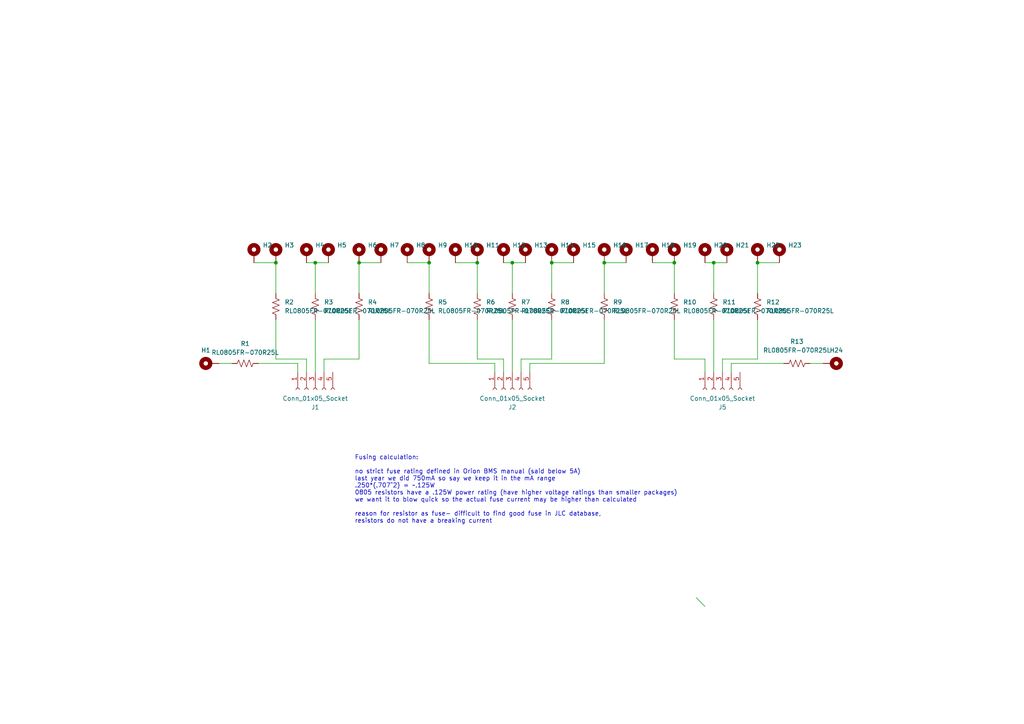
<source format=kicad_sch>
(kicad_sch (version 20231120) (generator "eeschema") (generator_version "8.0")
  (paper "A4")
  (lib_symbols
    (symbol "Connector:Conn_01x05_Socket" (pin_names (offset 1.016) hide)
      (property "Reference" "J" (at 0 7.62 0))
      (property "Value" "Conn_01x05_Socket" (at 0 -7.62 0))
      (symbol "Conn_01x05_Socket_1_1"
        (arc (start 0 -4.572) (mid -0.5058 -5.08) (end 0 -5.588) (stroke (width 0.1524)))
        (arc (start 0 -2.032) (mid -0.5058 -2.54) (end 0 -3.048) (stroke (width 0.1524)))
        (polyline (pts (xy -1.27 -5.08) (xy -0.508 -5.08)) (stroke (width 0.1524)))
        (polyline (pts (xy -1.27 -2.54) (xy -0.508 -2.54)) (stroke (width 0.1524)))
        (polyline (pts (xy -1.27 0) (xy -0.508 0)) (stroke (width 0.1524)))
        (polyline (pts (xy -1.27 2.54) (xy -0.508 2.54)) (stroke (width 0.1524)))
        (polyline (pts (xy -1.27 5.08) (xy -0.508 5.08)) (stroke (width 0.1524)))
        (arc (start 0 0.508) (mid -0.5058 0) (end 0 -0.508) (stroke (width 0.1524)))
        (arc (start 0 3.048) (mid -0.5058 2.54) (end 0 2.032) (stroke (width 0.1524)))
        (arc (start 0 5.588) (mid -0.5058 5.08) (end 0 4.572) (stroke (width 0.1524)))
        (pin passive line (at -5.08 5.08 0) (length 3.81) (name "Pin_1") (number "1"))
        (pin passive line (at -5.08 2.54 0) (length 3.81) (name "Pin_2") (number "2"))
        (pin passive line (at -5.08 0 0) (length 3.81) (name "Pin_3") (number "3"))
        (pin passive line (at -5.08 -2.54 0) (length 3.81) (name "Pin_4") (number "4"))
        (pin passive line (at -5.08 -5.08 0) (length 3.81) (name "Pin_5") (number "5"))
      )
    )
    (symbol "Device:R_US" (pin_numbers hide) (pin_names (offset 0))
      (property "Reference" "R" (at 2.54 0 90))
      (property "Value" "R_US" (at -2.54 0 90))
      (symbol "R_US_0_1"
        (polyline (pts (xy 0 -2.286) (xy 0 -2.54)))
        (polyline (pts (xy 0 2.286) (xy 0 2.54)))
        (polyline (pts (xy 0 -0.762) (xy 1.016 -1.143) (xy 0 -1.524) (xy -1.016 -1.905) (xy 0 -2.286)))
        (polyline (pts (xy 0 0.762) (xy 1.016 0.381) (xy 0 0) (xy -1.016 -0.381) (xy 0 -0.762)))
        (polyline (pts (xy 0 2.286) (xy 1.016 1.905) (xy 0 1.524) (xy -1.016 1.143) (xy 0 0.762)))
      )
      (symbol "R_US_1_1"
        (pin passive line (at 0 3.81 270) (length 1.27) (name "~") (number "1"))
        (pin passive line (at 0 -3.81 90) (length 1.27) (name "~") (number "2"))
      )
    )
    (symbol "Mechanical:MountingHole_Pad" (pin_numbers hide) (pin_names (offset 1.016) hide) (exclude_from_sim yes) (in_bom no)
      (property "Reference" "H" (at 0 6.35 0))
      (property "Value" "MountingHole_Pad" (at 0 4.445 0))
      (symbol "MountingHole_Pad_0_1"
        (circle (center 0 1.27) (radius 1.27) (stroke (width 1.27)))
      )
      (symbol "MountingHole_Pad_1_1"
        (pin input line (at 0 -2.54 90) (length 2.54) (name "1") (number "1"))
      )
    )
  )
  (junction (at 91.44 76.2))
  (junction (at 160.02 76.2))
  (junction (at 80.01 76.2))
  (junction (at 207.01 76.2))
  (junction (at 138.43 76.2))
  (junction (at 195.58 76.2))
  (junction (at 104.14 76.2))
  (junction (at 219.71 76.2))
  (junction (at 148.59 76.2))
  (junction (at 124.46 76.2))
  (junction (at 175.26 76.2))
  (bus_entry (at 201.93 173.355) (size 2.54 2.54))
  (wire (pts (xy 138.43 76.2) (xy 138.43 85.09)))
  (wire (pts (xy 91.44 76.2) (xy 95.25 76.2)))
  (wire (pts (xy 151.13 104.14) (xy 151.13 107.95)))
  (wire (pts (xy 80.01 76.2) (xy 80.01 85.09)))
  (wire (pts (xy 104.14 85.09) (xy 104.14 76.2)))
  (wire (pts (xy 88.9 76.2) (xy 91.44 76.2)))
  (wire (pts (xy 143.51 107.95) (xy 143.51 105.41)))
  (wire (pts (xy 219.71 76.2) (xy 226.06 76.2)))
  (wire (pts (xy 148.59 76.2) (xy 148.59 85.09)))
  (wire (pts (xy 195.58 76.2) (xy 195.58 85.09)))
  (wire (pts (xy 153.67 107.95) (xy 153.67 105.41)))
  (wire (pts (xy 104.14 76.2) (xy 110.49 76.2)))
  (wire (pts (xy 212.09 105.41) (xy 212.09 107.95)))
  (wire (pts (xy 151.13 104.14) (xy 160.02 104.14)))
  (wire (pts (xy 160.02 104.14) (xy 160.02 92.71)))
  (wire (pts (xy 93.98 104.14) (xy 104.14 104.14)))
  (wire (pts (xy 160.02 76.2) (xy 166.37 76.2)))
  (wire (pts (xy 175.26 105.41) (xy 175.26 92.71)))
  (wire (pts (xy 86.36 107.95) (xy 86.36 105.41)))
  (wire (pts (xy 189.23 76.2) (xy 195.58 76.2)))
  (wire (pts (xy 88.9 104.14) (xy 80.01 104.14)))
  (wire (pts (xy 204.47 104.14) (xy 195.58 104.14)))
  (wire (pts (xy 146.05 76.2) (xy 148.59 76.2)))
  (wire (pts (xy 238.76 105.41) (xy 234.95 105.41)))
  (wire (pts (xy 143.51 105.41) (xy 124.46 105.41)))
  (wire (pts (xy 132.08 76.2) (xy 138.43 76.2)))
  (wire (pts (xy 91.44 92.71) (xy 91.44 107.95)))
  (wire (pts (xy 80.01 104.14) (xy 80.01 92.71)))
  (wire (pts (xy 148.59 92.71) (xy 148.59 107.95)))
  (wire (pts (xy 207.01 92.71) (xy 207.01 107.95)))
  (wire (pts (xy 124.46 92.71) (xy 124.46 105.41)))
  (wire (pts (xy 209.55 104.14) (xy 219.71 104.14)))
  (wire (pts (xy 207.01 76.2) (xy 207.01 85.09)))
  (wire (pts (xy 227.33 105.41) (xy 212.09 105.41)))
  (wire (pts (xy 146.05 104.14) (xy 146.05 107.95)))
  (wire (pts (xy 219.71 85.09) (xy 219.71 76.2)))
  (wire (pts (xy 124.46 76.2) (xy 124.46 85.09)))
  (wire (pts (xy 63.5 105.41) (xy 67.31 105.41)))
  (wire (pts (xy 118.11 76.2) (xy 124.46 76.2)))
  (wire (pts (xy 160.02 76.2) (xy 160.02 85.09)))
  (wire (pts (xy 175.26 76.2) (xy 181.61 76.2)))
  (wire (pts (xy 195.58 104.14) (xy 195.58 92.71)))
  (wire (pts (xy 153.67 105.41) (xy 175.26 105.41)))
  (wire (pts (xy 146.05 104.14) (xy 138.43 104.14)))
  (wire (pts (xy 88.9 104.14) (xy 88.9 107.95)))
  (wire (pts (xy 73.66 76.2) (xy 80.01 76.2)))
  (wire (pts (xy 204.47 76.2) (xy 207.01 76.2)))
  (wire (pts (xy 207.01 76.2) (xy 210.82 76.2)))
  (wire (pts (xy 91.44 76.2) (xy 91.44 85.09)))
  (wire (pts (xy 138.43 104.14) (xy 138.43 92.71)))
  (wire (pts (xy 104.14 104.14) (xy 104.14 92.71)))
  (wire (pts (xy 175.26 85.09) (xy 175.26 76.2)))
  (wire (pts (xy 74.93 105.41) (xy 86.36 105.41)))
  (wire (pts (xy 209.55 104.14) (xy 209.55 107.95)))
  (wire (pts (xy 148.59 76.2) (xy 152.4 76.2)))
  (wire (pts (xy 219.71 104.14) (xy 219.71 92.71)))
  (wire (pts (xy 93.98 104.14) (xy 93.98 107.95)))
  (wire (pts (xy 204.47 104.14) (xy 204.47 107.95)))
  (text "Fusing calculation:\n\nno strict fuse rating defined in Orion BMS manual (said below 5A)\nlast year we did 750mA so say we keep it in the mA range\n.250*(.707^2) = ~.125W\n0805 resistors have a .125W power rating (have higher voltage ratings than smaller packages) \nwe want it to blow quick so the actual fuse current may be higher than calculated\n\nreason for resistor as fuse- difficult to find good fuse in JLC database, \nresistors do not have a breaking current" (at 102.87 141.986 0) (effects (font (size 1.27 1.27)) (justify left)))
  (symbol (lib_id "Mechanical:MountingHole_Pad") (at 219.71 73.66 0) (unit 1) (exclude_from_sim yes) (in_bom no)
    (property "Reference" "H22" (at 222.25 71.1199 0) (effects (justify left)))
    (property "Value" "MountingHole_Pad" (effects (hide yes)))
    (property "Footprint" "MountingHole:MountingHole_5.3mm_M5_Pad_Via" (effects (hide yes)))
    (property "Description" "Mounting Hole with connection" (effects (hide yes)))
  )
  (symbol (lib_id "Mechanical:MountingHole_Pad") (at 88.9 73.66 0) (unit 1) (exclude_from_sim yes) (in_bom no)
    (property "Reference" "H4" (at 91.44 71.1199 0) (effects (justify left)))
    (property "Value" "MountingHole_Pad" (effects (hide yes)))
    (property "Footprint" "MountingHole:MountingHole_5.3mm_M5_Pad_Via" (effects (hide yes)))
    (property "Description" "Mounting Hole with connection" (effects (hide yes)))
  )
  (symbol (lib_id "Connector:Conn_01x05_Socket") (at 209.55 113.03 90) (mirror x) (unit 1)
    (property "Reference" "J5" (at 209.55 118.11 90))
    (property "Value" "Conn_01x05_Socket" (at 209.55 115.57 90))
    (property "Footprint" "Connector_Molex:Molex_PicoBlade_53398-0571_1x05-1MP_P1.25mm_Vertical" (effects (hide yes)))
    (property "Description" "Generic connector, single row, 01x05, script generated" (effects (hide yes)))
  )
  (symbol (lib_id "Device:R_US") (at 80.01 88.9 0) (unit 1)
    (property "Reference" "R2" (at 82.55 87.6299 0) (effects (justify left)))
    (property "Value" "RL0805FR-070R25L" (at 82.55 90.1699 0) (effects (justify left)))
    (property "Footprint" "Resistor_SMD:R_0805_2012Metric_Pad1.20x1.40mm_HandSolder" (effects (hide yes)))
    (property "Description" "Resistor, US symbol" (effects (hide yes)))
  )
  (symbol (lib_id "Connector:Conn_01x05_Socket") (at 148.59 113.03 90) (mirror x) (unit 1)
    (property "Reference" "J2" (at 148.59 118.11 90))
    (property "Value" "Conn_01x05_Socket" (at 148.59 115.57 90))
    (property "Footprint" "Connector_Molex:Molex_PicoBlade_53398-0571_1x05-1MP_P1.25mm_Vertical" (effects (hide yes)))
    (property "Description" "Generic connector, single row, 01x05, script generated" (effects (hide yes)))
  )
  (symbol (lib_id "Device:R_US") (at 195.58 88.9 0) (unit 1)
    (property "Reference" "R10" (at 198.12 87.6299 0) (effects (justify left)))
    (property "Value" "RL0805FR-070R25L" (at 198.12 90.1699 0) (effects (justify left)))
    (property "Footprint" "Resistor_SMD:R_0805_2012Metric_Pad1.20x1.40mm_HandSolder" (effects (hide yes)))
    (property "Description" "Resistor, US symbol" (effects (hide yes)))
  )
  (symbol (lib_id "Mechanical:MountingHole_Pad") (at 181.61 73.66 0) (unit 1) (exclude_from_sim yes) (in_bom no)
    (property "Reference" "H17" (at 184.15 71.1199 0) (effects (justify left)))
    (property "Value" "MountingHole_Pad" (effects (hide yes)))
    (property "Footprint" "MountingHole:MountingHole_5.3mm_M5_Pad_Via" (effects (hide yes)))
    (property "Description" "Mounting Hole with connection" (effects (hide yes)))
  )
  (symbol (lib_id "Mechanical:MountingHole_Pad") (at 210.82 73.66 0) (unit 1) (exclude_from_sim yes) (in_bom no)
    (property "Reference" "H21" (at 213.36 71.1199 0) (effects (justify left)))
    (property "Value" "MountingHole_Pad" (effects (hide yes)))
    (property "Footprint" "MountingHole:MountingHole_5.3mm_M5_Pad_Via" (effects (hide yes)))
    (property "Description" "Mounting Hole with connection" (effects (hide yes)))
  )
  (symbol (lib_id "Device:R_US") (at 207.01 88.9 0) (unit 1)
    (property "Reference" "R11" (at 209.55 87.6299 0) (effects (justify left)))
    (property "Value" "RL0805FR-070R25L" (at 209.55 90.1699 0) (effects (justify left)))
    (property "Footprint" "Resistor_SMD:R_0805_2012Metric_Pad1.20x1.40mm_HandSolder" (effects (hide yes)))
    (property "Description" "Resistor, US symbol" (effects (hide yes)))
  )
  (symbol (lib_id "Mechanical:MountingHole_Pad") (at 95.25 73.66 0) (unit 1) (exclude_from_sim yes) (in_bom no)
    (property "Reference" "H5" (at 97.79 71.1199 0) (effects (justify left)))
    (property "Value" "MountingHole_Pad" (effects (hide yes)))
    (property "Footprint" "MountingHole:MountingHole_5.3mm_M5_Pad_Via" (effects (hide yes)))
    (property "Description" "Mounting Hole with connection" (effects (hide yes)))
  )
  (symbol (lib_id "Mechanical:MountingHole_Pad") (at 226.06 73.66 0) (unit 1) (exclude_from_sim yes) (in_bom no)
    (property "Reference" "H23" (at 228.6 71.1199 0) (effects (justify left)))
    (property "Value" "MountingHole_Pad" (effects (hide yes)))
    (property "Footprint" "MountingHole:MountingHole_5.3mm_M5_Pad_Via" (effects (hide yes)))
    (property "Description" "Mounting Hole with connection" (effects (hide yes)))
  )
  (symbol (lib_id "Mechanical:MountingHole_Pad") (at 73.66 73.66 0) (unit 1) (exclude_from_sim yes) (in_bom no)
    (property "Reference" "H2" (at 76.2 71.1199 0) (effects (justify left)))
    (property "Value" "MountingHole_Pad" (effects (hide yes)))
    (property "Footprint" "MountingHole:MountingHole_5.3mm_M5_Pad_Via" (effects (hide yes)))
    (property "Description" "Mounting Hole with connection" (effects (hide yes)))
  )
  (symbol (lib_id "Mechanical:MountingHole_Pad") (at 204.47 73.66 0) (unit 1) (exclude_from_sim yes) (in_bom no)
    (property "Reference" "H20" (at 207.01 71.1199 0) (effects (justify left)))
    (property "Value" "MountingHole_Pad" (effects (hide yes)))
    (property "Footprint" "MountingHole:MountingHole_5.3mm_M5_Pad_Via" (effects (hide yes)))
    (property "Description" "Mounting Hole with connection" (effects (hide yes)))
  )
  (symbol (lib_id "Mechanical:MountingHole_Pad") (at 110.49 73.66 0) (unit 1) (exclude_from_sim yes) (in_bom no)
    (property "Reference" "H7" (at 113.03 71.1199 0) (effects (justify left)))
    (property "Value" "MountingHole_Pad" (effects (hide yes)))
    (property "Footprint" "MountingHole:MountingHole_5.3mm_M5_Pad_Via" (effects (hide yes)))
    (property "Description" "Mounting Hole with connection" (effects (hide yes)))
  )
  (symbol (lib_id "Connector:Conn_01x05_Socket") (at 91.44 113.03 90) (mirror x) (unit 1)
    (property "Reference" "J1" (at 91.44 118.11 90))
    (property "Value" "Conn_01x05_Socket" (at 91.44 115.57 90))
    (property "Footprint" "Connector_Molex:Molex_PicoBlade_53398-0571_1x05-1MP_P1.25mm_Vertical" (effects (hide yes)))
    (property "Description" "Generic connector, single row, 01x05, script generated" (effects (hide yes)))
  )
  (symbol (lib_id "Device:R_US") (at 219.71 88.9 0) (unit 1)
    (property "Reference" "R12" (at 222.25 87.6299 0) (effects (justify left)))
    (property "Value" "RL0805FR-070R25L" (at 222.25 90.1699 0) (effects (justify left)))
    (property "Footprint" "Resistor_SMD:R_0805_2012Metric_Pad1.20x1.40mm_HandSolder" (effects (hide yes)))
    (property "Description" "Resistor, US symbol" (effects (hide yes)))
  )
  (symbol (lib_id "Mechanical:MountingHole_Pad") (at 152.4 73.66 0) (unit 1) (exclude_from_sim yes) (in_bom no)
    (property "Reference" "H13" (at 154.94 71.1199 0) (effects (justify left)))
    (property "Value" "MountingHole_Pad" (effects (hide yes)))
    (property "Footprint" "MountingHole:MountingHole_5.3mm_M5_Pad_Via" (effects (hide yes)))
    (property "Description" "Mounting Hole with connection" (effects (hide yes)))
  )
  (symbol (lib_id "Mechanical:MountingHole_Pad") (at 189.23 73.66 0) (unit 1) (exclude_from_sim yes) (in_bom no)
    (property "Reference" "H18" (at 191.77 71.1199 0) (effects (justify left)))
    (property "Value" "MountingHole_Pad" (effects (hide yes)))
    (property "Footprint" "MountingHole:MountingHole_5.3mm_M5_Pad_Via" (effects (hide yes)))
    (property "Description" "Mounting Hole with connection" (effects (hide yes)))
  )
  (symbol (lib_id "Mechanical:MountingHole_Pad") (at 146.05 73.66 0) (unit 1) (exclude_from_sim yes) (in_bom no)
    (property "Reference" "H12" (at 148.59 71.1199 0) (effects (justify left)))
    (property "Value" "MountingHole_Pad" (effects (hide yes)))
    (property "Footprint" "MountingHole:MountingHole_5.3mm_M5_Pad_Via" (effects (hide yes)))
    (property "Description" "Mounting Hole with connection" (effects (hide yes)))
  )
  (symbol (lib_id "Mechanical:MountingHole_Pad") (at 118.11 73.66 0) (unit 1) (exclude_from_sim yes) (in_bom no)
    (property "Reference" "H8" (at 120.65 71.1199 0) (effects (justify left)))
    (property "Value" "MountingHole_Pad" (effects (hide yes)))
    (property "Footprint" "MountingHole:MountingHole_5.3mm_M5_Pad_Via" (effects (hide yes)))
    (property "Description" "Mounting Hole with connection" (effects (hide yes)))
  )
  (symbol (lib_id "Device:R_US") (at 148.59 88.9 0) (unit 1)
    (property "Reference" "R7" (at 151.13 87.6299 0) (effects (justify left)))
    (property "Value" "RL0805FR-070R25L" (at 151.13 90.1699 0) (effects (justify left)))
    (property "Footprint" "Resistor_SMD:R_0805_2012Metric_Pad1.20x1.40mm_HandSolder" (effects (hide yes)))
    (property "Description" "Resistor, US symbol" (effects (hide yes)))
  )
  (symbol (lib_id "Mechanical:MountingHole_Pad") (at 132.08 73.66 0) (unit 1) (exclude_from_sim yes) (in_bom no)
    (property "Reference" "H10" (at 134.62 71.1199 0) (effects (justify left)))
    (property "Value" "MountingHole_Pad" (effects (hide yes)))
    (property "Footprint" "MountingHole:MountingHole_5.3mm_M5_Pad_Via" (effects (hide yes)))
    (property "Description" "Mounting Hole with connection" (effects (hide yes)))
  )
  (symbol (lib_id "Mechanical:MountingHole_Pad") (at 60.96 105.41 90) (unit 1) (exclude_from_sim yes) (in_bom no)
    (property "Reference" "H1" (at 59.69 101.6 90))
    (property "Value" "MountingHole_Pad" (effects (hide yes)))
    (property "Footprint" "MountingHole:MountingHole_5.3mm_M5_Pad_Via" (effects (hide yes)))
    (property "Description" "Mounting Hole with connection" (effects (hide yes)))
  )
  (symbol (lib_id "Mechanical:MountingHole_Pad") (at 195.58 73.66 0) (unit 1) (exclude_from_sim yes) (in_bom no)
    (property "Reference" "H19" (at 198.12 71.1199 0) (effects (justify left)))
    (property "Value" "MountingHole_Pad" (effects (hide yes)))
    (property "Footprint" "MountingHole:MountingHole_5.3mm_M5_Pad_Via" (effects (hide yes)))
    (property "Description" "Mounting Hole with connection" (effects (hide yes)))
  )
  (symbol (lib_id "Mechanical:MountingHole_Pad") (at 138.43 73.66 0) (unit 1) (exclude_from_sim yes) (in_bom no)
    (property "Reference" "H11" (at 140.97 71.1199 0) (effects (justify left)))
    (property "Value" "MountingHole_Pad" (effects (hide yes)))
    (property "Footprint" "MountingHole:MountingHole_5.3mm_M5_Pad_Via" (effects (hide yes)))
    (property "Description" "Mounting Hole with connection" (effects (hide yes)))
  )
  (symbol (lib_id "Device:R_US") (at 231.14 105.41 90) (unit 1)
    (property "Reference" "R13" (at 231.14 99.06 90))
    (property "Value" "RL0805FR-070R25L" (at 231.14 101.6 90))
    (property "Footprint" "Resistor_SMD:R_0805_2012Metric_Pad1.20x1.40mm_HandSolder" (effects (hide yes)))
    (property "Description" "Resistor, US symbol" (effects (hide yes)))
  )
  (symbol (lib_id "Mechanical:MountingHole_Pad") (at 160.02 73.66 0) (unit 1) (exclude_from_sim yes) (in_bom no)
    (property "Reference" "H14" (at 162.56 71.1199 0) (effects (justify left)))
    (property "Value" "MountingHole_Pad" (effects (hide yes)))
    (property "Footprint" "MountingHole:MountingHole_5.3mm_M5_Pad_Via" (effects (hide yes)))
    (property "Description" "Mounting Hole with connection" (effects (hide yes)))
  )
  (symbol (lib_id "Mechanical:MountingHole_Pad") (at 175.26 73.66 0) (unit 1) (exclude_from_sim yes) (in_bom no)
    (property "Reference" "H16" (at 177.8 71.1199 0) (effects (justify left)))
    (property "Value" "MountingHole_Pad" (effects (hide yes)))
    (property "Footprint" "MountingHole:MountingHole_5.3mm_M5_Pad_Via" (effects (hide yes)))
    (property "Description" "Mounting Hole with connection" (effects (hide yes)))
  )
  (symbol (lib_id "Mechanical:MountingHole_Pad") (at 241.3 105.41 270) (mirror x) (unit 1) (exclude_from_sim yes) (in_bom no)
    (property "Reference" "H24" (at 242.57 101.6 90))
    (property "Value" "MountingHole_Pad" (effects (hide yes)))
    (property "Footprint" "MountingHole:MountingHole_5.3mm_M5_Pad_Via" (effects (hide yes)))
    (property "Description" "Mounting Hole with connection" (effects (hide yes)))
  )
  (symbol (lib_id "Device:R_US") (at 104.14 88.9 0) (unit 1)
    (property "Reference" "R4" (at 106.68 87.6299 0) (effects (justify left)))
    (property "Value" "RL0805FR-070R25L" (at 106.68 90.1699 0) (effects (justify left)))
    (property "Footprint" "Resistor_SMD:R_0805_2012Metric_Pad1.20x1.40mm_HandSolder" (effects (hide yes)))
    (property "Description" "Resistor, US symbol" (effects (hide yes)))
  )
  (symbol (lib_id "Device:R_US") (at 91.44 88.9 0) (unit 1)
    (property "Reference" "R3" (at 93.98 87.6299 0) (effects (justify left)))
    (property "Value" "RL0805FR-070R25L" (at 93.98 90.1699 0) (effects (justify left)))
    (property "Footprint" "Resistor_SMD:R_0805_2012Metric_Pad1.20x1.40mm_HandSolder" (effects (hide yes)))
    (property "Description" "Resistor, US symbol" (effects (hide yes)))
  )
  (symbol (lib_id "Device:R_US") (at 71.12 105.41 90) (unit 1)
    (property "Reference" "R1" (at 71.12 99.695 90))
    (property "Value" "RL0805FR-070R25L" (at 71.12 102.235 90))
    (property "Footprint" "Resistor_SMD:R_0805_2012Metric_Pad1.20x1.40mm_HandSolder" (effects (hide yes)))
    (property "Description" "Resistor, US symbol" (effects (hide yes)))
  )
  (symbol (lib_id "Mechanical:MountingHole_Pad") (at 104.14 73.66 0) (unit 1) (exclude_from_sim yes) (in_bom no)
    (property "Reference" "H6" (at 106.68 71.1199 0) (effects (justify left)))
    (property "Value" "MountingHole_Pad" (effects (hide yes)))
    (property "Footprint" "MountingHole:MountingHole_5.3mm_M5_Pad_Via" (effects (hide yes)))
    (property "Description" "Mounting Hole with connection" (effects (hide yes)))
  )
  (symbol (lib_id "Device:R_US") (at 175.26 88.9 0) (unit 1)
    (property "Reference" "R9" (at 177.8 87.6299 0) (effects (justify left)))
    (property "Value" "RL0805FR-070R25L" (at 177.8 90.1699 0) (effects (justify left)))
    (property "Footprint" "Resistor_SMD:R_0805_2012Metric_Pad1.20x1.40mm_HandSolder" (effects (hide yes)))
    (property "Description" "Resistor, US symbol" (effects (hide yes)))
  )
  (symbol (lib_id "Device:R_US") (at 160.02 88.9 0) (unit 1)
    (property "Reference" "R8" (at 162.56 87.6299 0) (effects (justify left)))
    (property "Value" "RL0805FR-070R25L" (at 162.56 90.1699 0) (effects (justify left)))
    (property "Footprint" "Resistor_SMD:R_0805_2012Metric_Pad1.20x1.40mm_HandSolder" (effects (hide yes)))
    (property "Description" "Resistor, US symbol" (effects (hide yes)))
  )
  (symbol (lib_id "Device:R_US") (at 124.46 88.9 0) (unit 1)
    (property "Reference" "R5" (at 127 87.6299 0) (effects (justify left)))
    (property "Value" "RL0805FR-070R25L" (at 127 90.1699 0) (effects (justify left)))
    (property "Footprint" "Resistor_SMD:R_0805_2012Metric_Pad1.20x1.40mm_HandSolder" (effects (hide yes)))
    (property "Description" "Resistor, US symbol" (effects (hide yes)))
  )
  (symbol (lib_id "Mechanical:MountingHole_Pad") (at 80.01 73.66 0) (unit 1) (exclude_from_sim yes) (in_bom no)
    (property "Reference" "H3" (at 82.55 71.1199 0) (effects (justify left)))
    (property "Value" "MountingHole_Pad" (effects (hide yes)))
    (property "Footprint" "MountingHole:MountingHole_5.3mm_M5_Pad_Via" (effects (hide yes)))
    (property "Description" "Mounting Hole with connection" (effects (hide yes)))
  )
  (symbol (lib_id "Mechanical:MountingHole_Pad") (at 124.46 73.66 0) (unit 1) (exclude_from_sim yes) (in_bom no)
    (property "Reference" "H9" (at 127 71.1199 0) (effects (justify left)))
    (property "Value" "MountingHole_Pad" (effects (hide yes)))
    (property "Footprint" "MountingHole:MountingHole_5.3mm_M5_Pad_Via" (effects (hide yes)))
    (property "Description" "Mounting Hole with connection" (effects (hide yes)))
  )
  (symbol (lib_id "Device:R_US") (at 138.43 88.9 0) (unit 1)
    (property "Reference" "R6" (at 140.97 87.6299 0) (effects (justify left)))
    (property "Value" "RL0805FR-070R25L" (at 140.97 90.1699 0) (effects (justify left)))
    (property "Footprint" "Resistor_SMD:R_0805_2012Metric_Pad1.20x1.40mm_HandSolder" (effects (hide yes)))
    (property "Description" "Resistor, US symbol" (effects (hide yes)))
  )
  (symbol (lib_id "Mechanical:MountingHole_Pad") (at 166.37 73.66 0) (unit 1) (exclude_from_sim yes) (in_bom no)
    (property "Reference" "H15" (at 168.91 71.1199 0) (effects (justify left)))
    (property "Value" "MountingHole_Pad" (effects (hide yes)))
    (property "Footprint" "MountingHole:MountingHole_5.3mm_M5_Pad_Via" (effects (hide yes)))
    (property "Description" "Mounting Hole with connection" (effects (hide yes)))
  )
)
</source>
